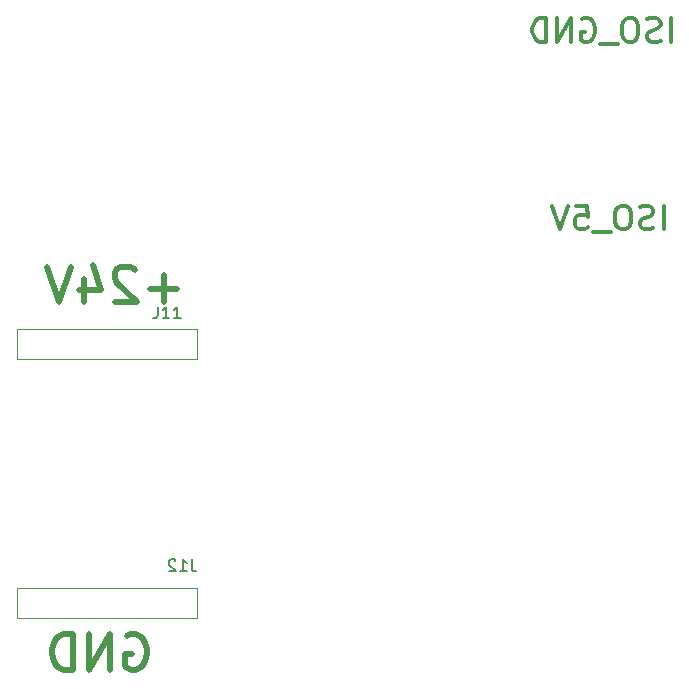
<source format=gbr>
G04 #@! TF.GenerationSoftware,KiCad,Pcbnew,(5.1.0-0)*
G04 #@! TF.CreationDate,2019-04-24T02:20:35-07:00*
G04 #@! TF.ProjectId,power board,706f7765-7220-4626-9f61-72642e6b6963,rev?*
G04 #@! TF.SameCoordinates,Original*
G04 #@! TF.FileFunction,Legend,Bot*
G04 #@! TF.FilePolarity,Positive*
%FSLAX46Y46*%
G04 Gerber Fmt 4.6, Leading zero omitted, Abs format (unit mm)*
G04 Created by KiCad (PCBNEW (5.1.0-0)) date 2019-04-24 02:20:35*
%MOMM*%
%LPD*%
G04 APERTURE LIST*
%ADD10C,0.300000*%
%ADD11C,0.500000*%
%ADD12C,0.120000*%
%ADD13C,0.150000*%
G04 APERTURE END LIST*
D10*
X78866428Y-59324761D02*
X78866428Y-57324761D01*
X78009285Y-59229523D02*
X77723571Y-59324761D01*
X77247380Y-59324761D01*
X77056904Y-59229523D01*
X76961666Y-59134285D01*
X76866428Y-58943809D01*
X76866428Y-58753333D01*
X76961666Y-58562857D01*
X77056904Y-58467619D01*
X77247380Y-58372380D01*
X77628333Y-58277142D01*
X77818809Y-58181904D01*
X77914047Y-58086666D01*
X78009285Y-57896190D01*
X78009285Y-57705714D01*
X77914047Y-57515238D01*
X77818809Y-57420000D01*
X77628333Y-57324761D01*
X77152142Y-57324761D01*
X76866428Y-57420000D01*
X75628333Y-57324761D02*
X75247380Y-57324761D01*
X75056904Y-57420000D01*
X74866428Y-57610476D01*
X74771190Y-57991428D01*
X74771190Y-58658095D01*
X74866428Y-59039047D01*
X75056904Y-59229523D01*
X75247380Y-59324761D01*
X75628333Y-59324761D01*
X75818809Y-59229523D01*
X76009285Y-59039047D01*
X76104523Y-58658095D01*
X76104523Y-57991428D01*
X76009285Y-57610476D01*
X75818809Y-57420000D01*
X75628333Y-57324761D01*
X74390238Y-59515238D02*
X72866428Y-59515238D01*
X71437857Y-57324761D02*
X72390238Y-57324761D01*
X72485476Y-58277142D01*
X72390238Y-58181904D01*
X72199761Y-58086666D01*
X71723571Y-58086666D01*
X71533095Y-58181904D01*
X71437857Y-58277142D01*
X71342619Y-58467619D01*
X71342619Y-58943809D01*
X71437857Y-59134285D01*
X71533095Y-59229523D01*
X71723571Y-59324761D01*
X72199761Y-59324761D01*
X72390238Y-59229523D01*
X72485476Y-59134285D01*
X70771190Y-57324761D02*
X70104523Y-59324761D01*
X69437857Y-57324761D01*
X79469523Y-43449761D02*
X79469523Y-41449761D01*
X78612380Y-43354523D02*
X78326666Y-43449761D01*
X77850476Y-43449761D01*
X77660000Y-43354523D01*
X77564761Y-43259285D01*
X77469523Y-43068809D01*
X77469523Y-42878333D01*
X77564761Y-42687857D01*
X77660000Y-42592619D01*
X77850476Y-42497380D01*
X78231428Y-42402142D01*
X78421904Y-42306904D01*
X78517142Y-42211666D01*
X78612380Y-42021190D01*
X78612380Y-41830714D01*
X78517142Y-41640238D01*
X78421904Y-41545000D01*
X78231428Y-41449761D01*
X77755238Y-41449761D01*
X77469523Y-41545000D01*
X76231428Y-41449761D02*
X75850476Y-41449761D01*
X75660000Y-41545000D01*
X75469523Y-41735476D01*
X75374285Y-42116428D01*
X75374285Y-42783095D01*
X75469523Y-43164047D01*
X75660000Y-43354523D01*
X75850476Y-43449761D01*
X76231428Y-43449761D01*
X76421904Y-43354523D01*
X76612380Y-43164047D01*
X76707619Y-42783095D01*
X76707619Y-42116428D01*
X76612380Y-41735476D01*
X76421904Y-41545000D01*
X76231428Y-41449761D01*
X74993333Y-43640238D02*
X73469523Y-43640238D01*
X71945714Y-41545000D02*
X72136190Y-41449761D01*
X72421904Y-41449761D01*
X72707619Y-41545000D01*
X72898095Y-41735476D01*
X72993333Y-41925952D01*
X73088571Y-42306904D01*
X73088571Y-42592619D01*
X72993333Y-42973571D01*
X72898095Y-43164047D01*
X72707619Y-43354523D01*
X72421904Y-43449761D01*
X72231428Y-43449761D01*
X71945714Y-43354523D01*
X71850476Y-43259285D01*
X71850476Y-42592619D01*
X72231428Y-42592619D01*
X70993333Y-43449761D02*
X70993333Y-41449761D01*
X69850476Y-43449761D01*
X69850476Y-41449761D01*
X68898095Y-43449761D02*
X68898095Y-41449761D01*
X68421904Y-41449761D01*
X68136190Y-41545000D01*
X67945714Y-41735476D01*
X67850476Y-41925952D01*
X67755238Y-42306904D01*
X67755238Y-42592619D01*
X67850476Y-42973571D01*
X67945714Y-43164047D01*
X68136190Y-43354523D01*
X68421904Y-43449761D01*
X68898095Y-43449761D01*
D11*
X33400714Y-93750000D02*
X33686428Y-93607142D01*
X34115000Y-93607142D01*
X34543571Y-93750000D01*
X34829285Y-94035714D01*
X34972142Y-94321428D01*
X35115000Y-94892857D01*
X35115000Y-95321428D01*
X34972142Y-95892857D01*
X34829285Y-96178571D01*
X34543571Y-96464285D01*
X34115000Y-96607142D01*
X33829285Y-96607142D01*
X33400714Y-96464285D01*
X33257857Y-96321428D01*
X33257857Y-95321428D01*
X33829285Y-95321428D01*
X31972142Y-96607142D02*
X31972142Y-93607142D01*
X30257857Y-96607142D01*
X30257857Y-93607142D01*
X28829285Y-96607142D02*
X28829285Y-93607142D01*
X28115000Y-93607142D01*
X27686428Y-93750000D01*
X27400714Y-94035714D01*
X27257857Y-94321428D01*
X27115000Y-94892857D01*
X27115000Y-95321428D01*
X27257857Y-95892857D01*
X27400714Y-96178571D01*
X27686428Y-96464285D01*
X28115000Y-96607142D01*
X28829285Y-96607142D01*
X37670714Y-64349285D02*
X35385000Y-64349285D01*
X36527857Y-65492142D02*
X36527857Y-63206428D01*
X34099285Y-62777857D02*
X33956428Y-62635000D01*
X33670714Y-62492142D01*
X32956428Y-62492142D01*
X32670714Y-62635000D01*
X32527857Y-62777857D01*
X32385000Y-63063571D01*
X32385000Y-63349285D01*
X32527857Y-63777857D01*
X34242142Y-65492142D01*
X32385000Y-65492142D01*
X29813571Y-63492142D02*
X29813571Y-65492142D01*
X30527857Y-62349285D02*
X31242142Y-64492142D01*
X29385000Y-64492142D01*
X28670714Y-62492142D02*
X27670714Y-65492142D01*
X26670714Y-62492142D01*
D12*
X24130000Y-70270000D02*
X39370000Y-70270000D01*
X24130000Y-67730000D02*
X24130000Y-70270000D01*
X39370000Y-67730000D02*
X24130000Y-67730000D01*
X39370000Y-70270000D02*
X39370000Y-67730000D01*
X24130000Y-92270000D02*
X39370000Y-92270000D01*
X24130000Y-89730000D02*
X24130000Y-92270000D01*
X39370000Y-89730000D02*
X24130000Y-89730000D01*
X39370000Y-92270000D02*
X39370000Y-89730000D01*
D13*
X36020476Y-65872380D02*
X36020476Y-66586666D01*
X35972857Y-66729523D01*
X35877619Y-66824761D01*
X35734761Y-66872380D01*
X35639523Y-66872380D01*
X37020476Y-66872380D02*
X36449047Y-66872380D01*
X36734761Y-66872380D02*
X36734761Y-65872380D01*
X36639523Y-66015238D01*
X36544285Y-66110476D01*
X36449047Y-66158095D01*
X37972857Y-66872380D02*
X37401428Y-66872380D01*
X37687142Y-66872380D02*
X37687142Y-65872380D01*
X37591904Y-66015238D01*
X37496666Y-66110476D01*
X37401428Y-66158095D01*
X38909523Y-87277380D02*
X38909523Y-87991666D01*
X38957142Y-88134523D01*
X39052380Y-88229761D01*
X39195238Y-88277380D01*
X39290476Y-88277380D01*
X37909523Y-88277380D02*
X38480952Y-88277380D01*
X38195238Y-88277380D02*
X38195238Y-87277380D01*
X38290476Y-87420238D01*
X38385714Y-87515476D01*
X38480952Y-87563095D01*
X37528571Y-87372619D02*
X37480952Y-87325000D01*
X37385714Y-87277380D01*
X37147619Y-87277380D01*
X37052380Y-87325000D01*
X37004761Y-87372619D01*
X36957142Y-87467857D01*
X36957142Y-87563095D01*
X37004761Y-87705952D01*
X37576190Y-88277380D01*
X36957142Y-88277380D01*
M02*

</source>
